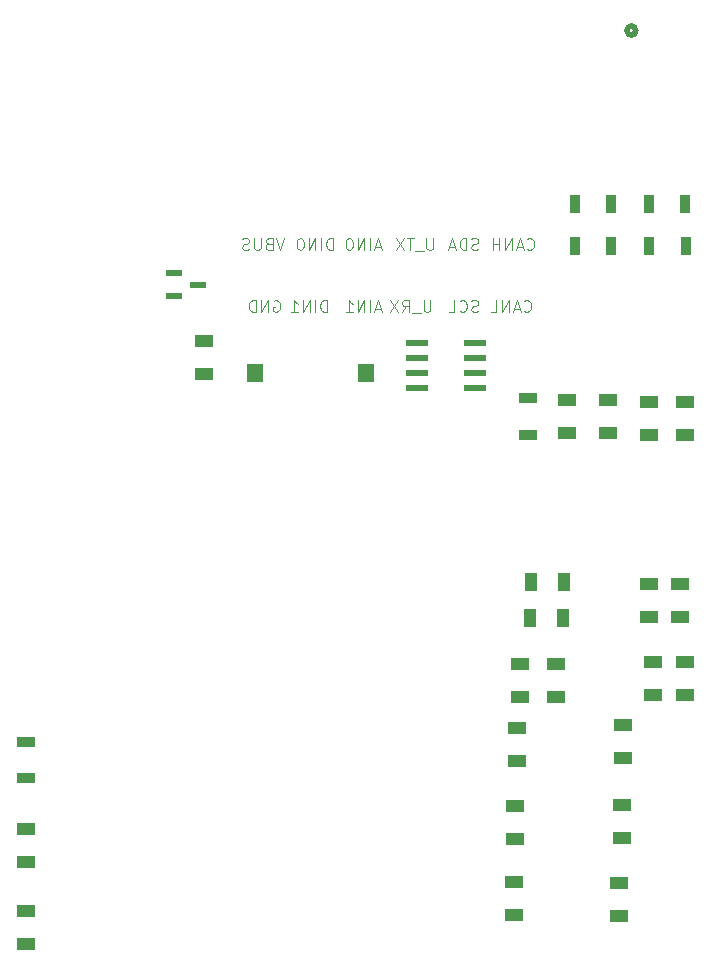
<source format=gbr>
%TF.GenerationSoftware,KiCad,Pcbnew,8.0.0-rc1*%
%TF.CreationDate,2024-02-28T14:24:43+09:00*%
%TF.ProjectId,KDL,4b444c2e-6b69-4636-9164-5f7063625858,rev?*%
%TF.SameCoordinates,Original*%
%TF.FileFunction,Paste,Top*%
%TF.FilePolarity,Positive*%
%FSLAX46Y46*%
G04 Gerber Fmt 4.6, Leading zero omitted, Abs format (unit mm)*
G04 Created by KiCad (PCBNEW 8.0.0-rc1) date 2024-02-28 14:24:43*
%MOMM*%
%LPD*%
G01*
G04 APERTURE LIST*
%ADD10R,1.600200X1.117600*%
%ADD11R,1.981200X0.558800*%
%ADD12R,1.117600X1.600200*%
%ADD13R,1.600000X0.855600*%
%ADD14R,0.855600X1.600000*%
%ADD15R,1.320800X0.558800*%
%ADD16R,1.450000X1.600000*%
%ADD17C,0.100000*%
%ADD18C,0.508000*%
G04 APERTURE END LIST*
D10*
%TO.C,R15*%
X110600000Y-100997000D03*
X110600000Y-98203000D03*
%TD*%
D11*
%TO.C,U7*%
X103750000Y-74790000D03*
X103750000Y-73520000D03*
X103750000Y-72250000D03*
X103750000Y-70980000D03*
X98822400Y-70980000D03*
X98822400Y-72250000D03*
X98822400Y-73520000D03*
X98822400Y-74790000D03*
%TD*%
D10*
%TO.C,R21*%
X80750000Y-70853000D03*
X80750000Y-73647000D03*
%TD*%
%TO.C,R13*%
X118500000Y-94197000D03*
X118500000Y-91403000D03*
%TD*%
D12*
%TO.C,R3*%
X111147000Y-94250000D03*
X108353000Y-94250000D03*
%TD*%
D13*
%TO.C,C6*%
X108250000Y-75694398D03*
X108250000Y-78750000D03*
%TD*%
D10*
%TO.C,R6*%
X118500000Y-78750000D03*
X118500000Y-75956000D03*
%TD*%
D14*
%TO.C,C2*%
X115277801Y-62752800D03*
X112222199Y-62752800D03*
%TD*%
D10*
%TO.C,R2*%
X115000000Y-75855800D03*
X115000000Y-78649800D03*
%TD*%
%TO.C,R4*%
X121500000Y-75956000D03*
X121500000Y-78750000D03*
%TD*%
%TO.C,R8*%
X107000000Y-116603000D03*
X107000000Y-119397000D03*
%TD*%
D15*
%TO.C,CR1*%
X78250000Y-65099998D03*
X78250000Y-67000000D03*
X80282000Y-66049999D03*
%TD*%
D14*
%TO.C,C4*%
X121527801Y-59252800D03*
X118472199Y-59252800D03*
%TD*%
D10*
%TO.C,R11*%
X107288000Y-103620000D03*
X107288000Y-106414000D03*
%TD*%
D14*
%TO.C,C3*%
X115277801Y-59252800D03*
X112222199Y-59252800D03*
%TD*%
D13*
%TO.C,C1*%
X65750000Y-107805602D03*
X65750000Y-104750000D03*
%TD*%
D10*
%TO.C,R7*%
X116299000Y-103316000D03*
X116299000Y-106110000D03*
%TD*%
D12*
%TO.C,R5*%
X111294000Y-91250000D03*
X108500000Y-91250000D03*
%TD*%
D10*
%TO.C,R16*%
X107500000Y-98203000D03*
X107500000Y-100997000D03*
%TD*%
%TO.C,R9*%
X116200000Y-110103000D03*
X116200000Y-112897000D03*
%TD*%
%TO.C,R17*%
X65750000Y-114897000D03*
X65750000Y-112103000D03*
%TD*%
%TO.C,R19*%
X118800000Y-98003000D03*
X118800000Y-100797000D03*
%TD*%
%TO.C,R18*%
X65750000Y-119103000D03*
X65750000Y-121897000D03*
%TD*%
%TO.C,R14*%
X121100000Y-91403000D03*
X121100000Y-94197000D03*
%TD*%
D16*
%TO.C,S1*%
X94500000Y-73500000D03*
X85100000Y-73500000D03*
%TD*%
D10*
%TO.C,R1*%
X111500000Y-78649800D03*
X111500000Y-75855800D03*
%TD*%
%TO.C,R10*%
X107086000Y-110230000D03*
X107086000Y-113024000D03*
%TD*%
%TO.C,R12*%
X115900000Y-116700000D03*
X115900000Y-119494000D03*
%TD*%
D14*
%TO.C,C5*%
X121555602Y-62752800D03*
X118500000Y-62752800D03*
%TD*%
D10*
%TO.C,R20*%
X121500000Y-98003000D03*
X121500000Y-100797000D03*
%TD*%
D17*
X100196115Y-62125219D02*
X100196115Y-62934742D01*
X100196115Y-62934742D02*
X100148496Y-63029980D01*
X100148496Y-63029980D02*
X100100877Y-63077600D01*
X100100877Y-63077600D02*
X100005639Y-63125219D01*
X100005639Y-63125219D02*
X99815163Y-63125219D01*
X99815163Y-63125219D02*
X99719925Y-63077600D01*
X99719925Y-63077600D02*
X99672306Y-63029980D01*
X99672306Y-63029980D02*
X99624687Y-62934742D01*
X99624687Y-62934742D02*
X99624687Y-62125219D01*
X99386592Y-63220457D02*
X98624687Y-63220457D01*
X98529448Y-62125219D02*
X97958020Y-62125219D01*
X98243734Y-63125219D02*
X98243734Y-62125219D01*
X97719924Y-62125219D02*
X97053258Y-63125219D01*
X97053258Y-62125219D02*
X97719924Y-63125219D01*
X99946115Y-67375219D02*
X99946115Y-68184742D01*
X99946115Y-68184742D02*
X99898496Y-68279980D01*
X99898496Y-68279980D02*
X99850877Y-68327600D01*
X99850877Y-68327600D02*
X99755639Y-68375219D01*
X99755639Y-68375219D02*
X99565163Y-68375219D01*
X99565163Y-68375219D02*
X99469925Y-68327600D01*
X99469925Y-68327600D02*
X99422306Y-68279980D01*
X99422306Y-68279980D02*
X99374687Y-68184742D01*
X99374687Y-68184742D02*
X99374687Y-67375219D01*
X99136592Y-68470457D02*
X98374687Y-68470457D01*
X97565163Y-68375219D02*
X97898496Y-67899028D01*
X98136591Y-68375219D02*
X98136591Y-67375219D01*
X98136591Y-67375219D02*
X97755639Y-67375219D01*
X97755639Y-67375219D02*
X97660401Y-67422838D01*
X97660401Y-67422838D02*
X97612782Y-67470457D01*
X97612782Y-67470457D02*
X97565163Y-67565695D01*
X97565163Y-67565695D02*
X97565163Y-67708552D01*
X97565163Y-67708552D02*
X97612782Y-67803790D01*
X97612782Y-67803790D02*
X97660401Y-67851409D01*
X97660401Y-67851409D02*
X97755639Y-67899028D01*
X97755639Y-67899028D02*
X98136591Y-67899028D01*
X97231829Y-67375219D02*
X96565163Y-68375219D01*
X96565163Y-67375219D02*
X97231829Y-68375219D01*
X108124687Y-63029980D02*
X108172306Y-63077600D01*
X108172306Y-63077600D02*
X108315163Y-63125219D01*
X108315163Y-63125219D02*
X108410401Y-63125219D01*
X108410401Y-63125219D02*
X108553258Y-63077600D01*
X108553258Y-63077600D02*
X108648496Y-62982361D01*
X108648496Y-62982361D02*
X108696115Y-62887123D01*
X108696115Y-62887123D02*
X108743734Y-62696647D01*
X108743734Y-62696647D02*
X108743734Y-62553790D01*
X108743734Y-62553790D02*
X108696115Y-62363314D01*
X108696115Y-62363314D02*
X108648496Y-62268076D01*
X108648496Y-62268076D02*
X108553258Y-62172838D01*
X108553258Y-62172838D02*
X108410401Y-62125219D01*
X108410401Y-62125219D02*
X108315163Y-62125219D01*
X108315163Y-62125219D02*
X108172306Y-62172838D01*
X108172306Y-62172838D02*
X108124687Y-62220457D01*
X107743734Y-62839504D02*
X107267544Y-62839504D01*
X107838972Y-63125219D02*
X107505639Y-62125219D01*
X107505639Y-62125219D02*
X107172306Y-63125219D01*
X106838972Y-63125219D02*
X106838972Y-62125219D01*
X106838972Y-62125219D02*
X106267544Y-63125219D01*
X106267544Y-63125219D02*
X106267544Y-62125219D01*
X105791353Y-63125219D02*
X105791353Y-62125219D01*
X105791353Y-62601409D02*
X105219925Y-62601409D01*
X105219925Y-63125219D02*
X105219925Y-62125219D01*
X95743734Y-62839504D02*
X95267544Y-62839504D01*
X95838972Y-63125219D02*
X95505639Y-62125219D01*
X95505639Y-62125219D02*
X95172306Y-63125219D01*
X94838972Y-63125219D02*
X94838972Y-62125219D01*
X94362782Y-63125219D02*
X94362782Y-62125219D01*
X94362782Y-62125219D02*
X93791354Y-63125219D01*
X93791354Y-63125219D02*
X93791354Y-62125219D01*
X93124687Y-62125219D02*
X93029449Y-62125219D01*
X93029449Y-62125219D02*
X92934211Y-62172838D01*
X92934211Y-62172838D02*
X92886592Y-62220457D01*
X92886592Y-62220457D02*
X92838973Y-62315695D01*
X92838973Y-62315695D02*
X92791354Y-62506171D01*
X92791354Y-62506171D02*
X92791354Y-62744266D01*
X92791354Y-62744266D02*
X92838973Y-62934742D01*
X92838973Y-62934742D02*
X92886592Y-63029980D01*
X92886592Y-63029980D02*
X92934211Y-63077600D01*
X92934211Y-63077600D02*
X93029449Y-63125219D01*
X93029449Y-63125219D02*
X93124687Y-63125219D01*
X93124687Y-63125219D02*
X93219925Y-63077600D01*
X93219925Y-63077600D02*
X93267544Y-63029980D01*
X93267544Y-63029980D02*
X93315163Y-62934742D01*
X93315163Y-62934742D02*
X93362782Y-62744266D01*
X93362782Y-62744266D02*
X93362782Y-62506171D01*
X93362782Y-62506171D02*
X93315163Y-62315695D01*
X93315163Y-62315695D02*
X93267544Y-62220457D01*
X93267544Y-62220457D02*
X93219925Y-62172838D01*
X93219925Y-62172838D02*
X93124687Y-62125219D01*
X103993734Y-68327600D02*
X103850877Y-68375219D01*
X103850877Y-68375219D02*
X103612782Y-68375219D01*
X103612782Y-68375219D02*
X103517544Y-68327600D01*
X103517544Y-68327600D02*
X103469925Y-68279980D01*
X103469925Y-68279980D02*
X103422306Y-68184742D01*
X103422306Y-68184742D02*
X103422306Y-68089504D01*
X103422306Y-68089504D02*
X103469925Y-67994266D01*
X103469925Y-67994266D02*
X103517544Y-67946647D01*
X103517544Y-67946647D02*
X103612782Y-67899028D01*
X103612782Y-67899028D02*
X103803258Y-67851409D01*
X103803258Y-67851409D02*
X103898496Y-67803790D01*
X103898496Y-67803790D02*
X103946115Y-67756171D01*
X103946115Y-67756171D02*
X103993734Y-67660933D01*
X103993734Y-67660933D02*
X103993734Y-67565695D01*
X103993734Y-67565695D02*
X103946115Y-67470457D01*
X103946115Y-67470457D02*
X103898496Y-67422838D01*
X103898496Y-67422838D02*
X103803258Y-67375219D01*
X103803258Y-67375219D02*
X103565163Y-67375219D01*
X103565163Y-67375219D02*
X103422306Y-67422838D01*
X102422306Y-68279980D02*
X102469925Y-68327600D01*
X102469925Y-68327600D02*
X102612782Y-68375219D01*
X102612782Y-68375219D02*
X102708020Y-68375219D01*
X102708020Y-68375219D02*
X102850877Y-68327600D01*
X102850877Y-68327600D02*
X102946115Y-68232361D01*
X102946115Y-68232361D02*
X102993734Y-68137123D01*
X102993734Y-68137123D02*
X103041353Y-67946647D01*
X103041353Y-67946647D02*
X103041353Y-67803790D01*
X103041353Y-67803790D02*
X102993734Y-67613314D01*
X102993734Y-67613314D02*
X102946115Y-67518076D01*
X102946115Y-67518076D02*
X102850877Y-67422838D01*
X102850877Y-67422838D02*
X102708020Y-67375219D01*
X102708020Y-67375219D02*
X102612782Y-67375219D01*
X102612782Y-67375219D02*
X102469925Y-67422838D01*
X102469925Y-67422838D02*
X102422306Y-67470457D01*
X101517544Y-68375219D02*
X101993734Y-68375219D01*
X101993734Y-68375219D02*
X101993734Y-67375219D01*
X87588972Y-62125219D02*
X87255639Y-63125219D01*
X87255639Y-63125219D02*
X86922306Y-62125219D01*
X86255639Y-62601409D02*
X86112782Y-62649028D01*
X86112782Y-62649028D02*
X86065163Y-62696647D01*
X86065163Y-62696647D02*
X86017544Y-62791885D01*
X86017544Y-62791885D02*
X86017544Y-62934742D01*
X86017544Y-62934742D02*
X86065163Y-63029980D01*
X86065163Y-63029980D02*
X86112782Y-63077600D01*
X86112782Y-63077600D02*
X86208020Y-63125219D01*
X86208020Y-63125219D02*
X86588972Y-63125219D01*
X86588972Y-63125219D02*
X86588972Y-62125219D01*
X86588972Y-62125219D02*
X86255639Y-62125219D01*
X86255639Y-62125219D02*
X86160401Y-62172838D01*
X86160401Y-62172838D02*
X86112782Y-62220457D01*
X86112782Y-62220457D02*
X86065163Y-62315695D01*
X86065163Y-62315695D02*
X86065163Y-62410933D01*
X86065163Y-62410933D02*
X86112782Y-62506171D01*
X86112782Y-62506171D02*
X86160401Y-62553790D01*
X86160401Y-62553790D02*
X86255639Y-62601409D01*
X86255639Y-62601409D02*
X86588972Y-62601409D01*
X85588972Y-62125219D02*
X85588972Y-62934742D01*
X85588972Y-62934742D02*
X85541353Y-63029980D01*
X85541353Y-63029980D02*
X85493734Y-63077600D01*
X85493734Y-63077600D02*
X85398496Y-63125219D01*
X85398496Y-63125219D02*
X85208020Y-63125219D01*
X85208020Y-63125219D02*
X85112782Y-63077600D01*
X85112782Y-63077600D02*
X85065163Y-63029980D01*
X85065163Y-63029980D02*
X85017544Y-62934742D01*
X85017544Y-62934742D02*
X85017544Y-62125219D01*
X84588972Y-63077600D02*
X84446115Y-63125219D01*
X84446115Y-63125219D02*
X84208020Y-63125219D01*
X84208020Y-63125219D02*
X84112782Y-63077600D01*
X84112782Y-63077600D02*
X84065163Y-63029980D01*
X84065163Y-63029980D02*
X84017544Y-62934742D01*
X84017544Y-62934742D02*
X84017544Y-62839504D01*
X84017544Y-62839504D02*
X84065163Y-62744266D01*
X84065163Y-62744266D02*
X84112782Y-62696647D01*
X84112782Y-62696647D02*
X84208020Y-62649028D01*
X84208020Y-62649028D02*
X84398496Y-62601409D01*
X84398496Y-62601409D02*
X84493734Y-62553790D01*
X84493734Y-62553790D02*
X84541353Y-62506171D01*
X84541353Y-62506171D02*
X84588972Y-62410933D01*
X84588972Y-62410933D02*
X84588972Y-62315695D01*
X84588972Y-62315695D02*
X84541353Y-62220457D01*
X84541353Y-62220457D02*
X84493734Y-62172838D01*
X84493734Y-62172838D02*
X84398496Y-62125219D01*
X84398496Y-62125219D02*
X84160401Y-62125219D01*
X84160401Y-62125219D02*
X84017544Y-62172838D01*
X86672306Y-67422838D02*
X86767544Y-67375219D01*
X86767544Y-67375219D02*
X86910401Y-67375219D01*
X86910401Y-67375219D02*
X87053258Y-67422838D01*
X87053258Y-67422838D02*
X87148496Y-67518076D01*
X87148496Y-67518076D02*
X87196115Y-67613314D01*
X87196115Y-67613314D02*
X87243734Y-67803790D01*
X87243734Y-67803790D02*
X87243734Y-67946647D01*
X87243734Y-67946647D02*
X87196115Y-68137123D01*
X87196115Y-68137123D02*
X87148496Y-68232361D01*
X87148496Y-68232361D02*
X87053258Y-68327600D01*
X87053258Y-68327600D02*
X86910401Y-68375219D01*
X86910401Y-68375219D02*
X86815163Y-68375219D01*
X86815163Y-68375219D02*
X86672306Y-68327600D01*
X86672306Y-68327600D02*
X86624687Y-68279980D01*
X86624687Y-68279980D02*
X86624687Y-67946647D01*
X86624687Y-67946647D02*
X86815163Y-67946647D01*
X86196115Y-68375219D02*
X86196115Y-67375219D01*
X86196115Y-67375219D02*
X85624687Y-68375219D01*
X85624687Y-68375219D02*
X85624687Y-67375219D01*
X85148496Y-68375219D02*
X85148496Y-67375219D01*
X85148496Y-67375219D02*
X84910401Y-67375219D01*
X84910401Y-67375219D02*
X84767544Y-67422838D01*
X84767544Y-67422838D02*
X84672306Y-67518076D01*
X84672306Y-67518076D02*
X84624687Y-67613314D01*
X84624687Y-67613314D02*
X84577068Y-67803790D01*
X84577068Y-67803790D02*
X84577068Y-67946647D01*
X84577068Y-67946647D02*
X84624687Y-68137123D01*
X84624687Y-68137123D02*
X84672306Y-68232361D01*
X84672306Y-68232361D02*
X84767544Y-68327600D01*
X84767544Y-68327600D02*
X84910401Y-68375219D01*
X84910401Y-68375219D02*
X85148496Y-68375219D01*
X107874687Y-68279980D02*
X107922306Y-68327600D01*
X107922306Y-68327600D02*
X108065163Y-68375219D01*
X108065163Y-68375219D02*
X108160401Y-68375219D01*
X108160401Y-68375219D02*
X108303258Y-68327600D01*
X108303258Y-68327600D02*
X108398496Y-68232361D01*
X108398496Y-68232361D02*
X108446115Y-68137123D01*
X108446115Y-68137123D02*
X108493734Y-67946647D01*
X108493734Y-67946647D02*
X108493734Y-67803790D01*
X108493734Y-67803790D02*
X108446115Y-67613314D01*
X108446115Y-67613314D02*
X108398496Y-67518076D01*
X108398496Y-67518076D02*
X108303258Y-67422838D01*
X108303258Y-67422838D02*
X108160401Y-67375219D01*
X108160401Y-67375219D02*
X108065163Y-67375219D01*
X108065163Y-67375219D02*
X107922306Y-67422838D01*
X107922306Y-67422838D02*
X107874687Y-67470457D01*
X107493734Y-68089504D02*
X107017544Y-68089504D01*
X107588972Y-68375219D02*
X107255639Y-67375219D01*
X107255639Y-67375219D02*
X106922306Y-68375219D01*
X106588972Y-68375219D02*
X106588972Y-67375219D01*
X106588972Y-67375219D02*
X106017544Y-68375219D01*
X106017544Y-68375219D02*
X106017544Y-67375219D01*
X105065163Y-68375219D02*
X105541353Y-68375219D01*
X105541353Y-68375219D02*
X105541353Y-67375219D01*
X103993734Y-63077600D02*
X103850877Y-63125219D01*
X103850877Y-63125219D02*
X103612782Y-63125219D01*
X103612782Y-63125219D02*
X103517544Y-63077600D01*
X103517544Y-63077600D02*
X103469925Y-63029980D01*
X103469925Y-63029980D02*
X103422306Y-62934742D01*
X103422306Y-62934742D02*
X103422306Y-62839504D01*
X103422306Y-62839504D02*
X103469925Y-62744266D01*
X103469925Y-62744266D02*
X103517544Y-62696647D01*
X103517544Y-62696647D02*
X103612782Y-62649028D01*
X103612782Y-62649028D02*
X103803258Y-62601409D01*
X103803258Y-62601409D02*
X103898496Y-62553790D01*
X103898496Y-62553790D02*
X103946115Y-62506171D01*
X103946115Y-62506171D02*
X103993734Y-62410933D01*
X103993734Y-62410933D02*
X103993734Y-62315695D01*
X103993734Y-62315695D02*
X103946115Y-62220457D01*
X103946115Y-62220457D02*
X103898496Y-62172838D01*
X103898496Y-62172838D02*
X103803258Y-62125219D01*
X103803258Y-62125219D02*
X103565163Y-62125219D01*
X103565163Y-62125219D02*
X103422306Y-62172838D01*
X102993734Y-63125219D02*
X102993734Y-62125219D01*
X102993734Y-62125219D02*
X102755639Y-62125219D01*
X102755639Y-62125219D02*
X102612782Y-62172838D01*
X102612782Y-62172838D02*
X102517544Y-62268076D01*
X102517544Y-62268076D02*
X102469925Y-62363314D01*
X102469925Y-62363314D02*
X102422306Y-62553790D01*
X102422306Y-62553790D02*
X102422306Y-62696647D01*
X102422306Y-62696647D02*
X102469925Y-62887123D01*
X102469925Y-62887123D02*
X102517544Y-62982361D01*
X102517544Y-62982361D02*
X102612782Y-63077600D01*
X102612782Y-63077600D02*
X102755639Y-63125219D01*
X102755639Y-63125219D02*
X102993734Y-63125219D01*
X102041353Y-62839504D02*
X101565163Y-62839504D01*
X102136591Y-63125219D02*
X101803258Y-62125219D01*
X101803258Y-62125219D02*
X101469925Y-63125219D01*
X91196115Y-68375219D02*
X91196115Y-67375219D01*
X91196115Y-67375219D02*
X90958020Y-67375219D01*
X90958020Y-67375219D02*
X90815163Y-67422838D01*
X90815163Y-67422838D02*
X90719925Y-67518076D01*
X90719925Y-67518076D02*
X90672306Y-67613314D01*
X90672306Y-67613314D02*
X90624687Y-67803790D01*
X90624687Y-67803790D02*
X90624687Y-67946647D01*
X90624687Y-67946647D02*
X90672306Y-68137123D01*
X90672306Y-68137123D02*
X90719925Y-68232361D01*
X90719925Y-68232361D02*
X90815163Y-68327600D01*
X90815163Y-68327600D02*
X90958020Y-68375219D01*
X90958020Y-68375219D02*
X91196115Y-68375219D01*
X90196115Y-68375219D02*
X90196115Y-67375219D01*
X89719925Y-68375219D02*
X89719925Y-67375219D01*
X89719925Y-67375219D02*
X89148497Y-68375219D01*
X89148497Y-68375219D02*
X89148497Y-67375219D01*
X88148497Y-68375219D02*
X88719925Y-68375219D01*
X88434211Y-68375219D02*
X88434211Y-67375219D01*
X88434211Y-67375219D02*
X88529449Y-67518076D01*
X88529449Y-67518076D02*
X88624687Y-67613314D01*
X88624687Y-67613314D02*
X88719925Y-67660933D01*
X95743734Y-68089504D02*
X95267544Y-68089504D01*
X95838972Y-68375219D02*
X95505639Y-67375219D01*
X95505639Y-67375219D02*
X95172306Y-68375219D01*
X94838972Y-68375219D02*
X94838972Y-67375219D01*
X94362782Y-68375219D02*
X94362782Y-67375219D01*
X94362782Y-67375219D02*
X93791354Y-68375219D01*
X93791354Y-68375219D02*
X93791354Y-67375219D01*
X92791354Y-68375219D02*
X93362782Y-68375219D01*
X93077068Y-68375219D02*
X93077068Y-67375219D01*
X93077068Y-67375219D02*
X93172306Y-67518076D01*
X93172306Y-67518076D02*
X93267544Y-67613314D01*
X93267544Y-67613314D02*
X93362782Y-67660933D01*
X91696115Y-63125219D02*
X91696115Y-62125219D01*
X91696115Y-62125219D02*
X91458020Y-62125219D01*
X91458020Y-62125219D02*
X91315163Y-62172838D01*
X91315163Y-62172838D02*
X91219925Y-62268076D01*
X91219925Y-62268076D02*
X91172306Y-62363314D01*
X91172306Y-62363314D02*
X91124687Y-62553790D01*
X91124687Y-62553790D02*
X91124687Y-62696647D01*
X91124687Y-62696647D02*
X91172306Y-62887123D01*
X91172306Y-62887123D02*
X91219925Y-62982361D01*
X91219925Y-62982361D02*
X91315163Y-63077600D01*
X91315163Y-63077600D02*
X91458020Y-63125219D01*
X91458020Y-63125219D02*
X91696115Y-63125219D01*
X90696115Y-63125219D02*
X90696115Y-62125219D01*
X90219925Y-63125219D02*
X90219925Y-62125219D01*
X90219925Y-62125219D02*
X89648497Y-63125219D01*
X89648497Y-63125219D02*
X89648497Y-62125219D01*
X88981830Y-62125219D02*
X88886592Y-62125219D01*
X88886592Y-62125219D02*
X88791354Y-62172838D01*
X88791354Y-62172838D02*
X88743735Y-62220457D01*
X88743735Y-62220457D02*
X88696116Y-62315695D01*
X88696116Y-62315695D02*
X88648497Y-62506171D01*
X88648497Y-62506171D02*
X88648497Y-62744266D01*
X88648497Y-62744266D02*
X88696116Y-62934742D01*
X88696116Y-62934742D02*
X88743735Y-63029980D01*
X88743735Y-63029980D02*
X88791354Y-63077600D01*
X88791354Y-63077600D02*
X88886592Y-63125219D01*
X88886592Y-63125219D02*
X88981830Y-63125219D01*
X88981830Y-63125219D02*
X89077068Y-63077600D01*
X89077068Y-63077600D02*
X89124687Y-63029980D01*
X89124687Y-63029980D02*
X89172306Y-62934742D01*
X89172306Y-62934742D02*
X89219925Y-62744266D01*
X89219925Y-62744266D02*
X89219925Y-62506171D01*
X89219925Y-62506171D02*
X89172306Y-62315695D01*
X89172306Y-62315695D02*
X89124687Y-62220457D01*
X89124687Y-62220457D02*
X89077068Y-62172838D01*
X89077068Y-62172838D02*
X88981830Y-62125219D01*
D18*
%TO.C,J3*%
X117351199Y-44543200D02*
G75*
G02*
X116589199Y-44543200I-381000J0D01*
G01*
X116589199Y-44543200D02*
G75*
G02*
X117351199Y-44543200I381000J0D01*
G01*
%TD*%
M02*

</source>
